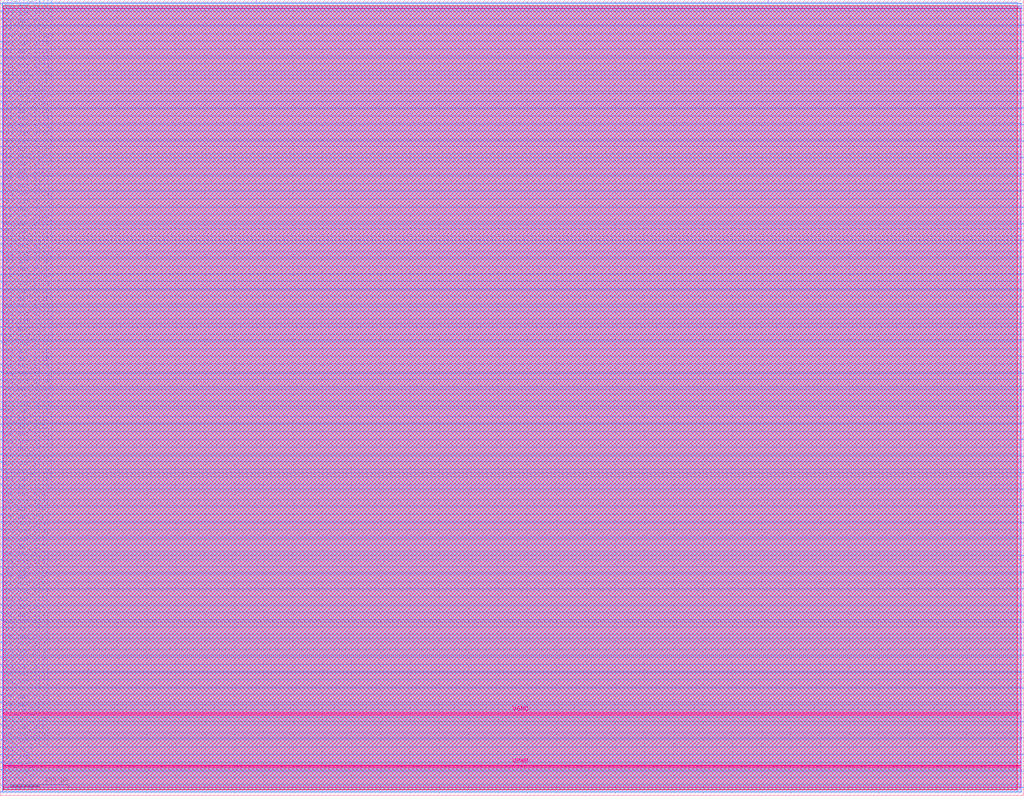
<source format=lef>
VERSION 5.7 ;
  NOWIREEXTENSIONATPIN ON ;
  DIVIDERCHAR "/" ;
  BUSBITCHARS "[]" ;
MACRO pyfive_top
  CLASS BLOCK ;
  FOREIGN pyfive_top ;
  ORIGIN 0.000 0.000 ;
  SIZE 1748.000 BY 1360.000 ;
  PIN io_in[0]
    DIRECTION INPUT ;
    PORT
      LAYER met3 ;
        RECT 1744.000 13.640 1748.000 14.240 ;
    END
  END io_in[0]
  PIN io_in[10]
    DIRECTION INPUT ;
    PORT
      LAYER met3 ;
        RECT 1744.000 863.640 1748.000 864.240 ;
    END
  END io_in[10]
  PIN io_in[11]
    DIRECTION INPUT ;
    PORT
      LAYER met3 ;
        RECT 1744.000 948.640 1748.000 949.240 ;
    END
  END io_in[11]
  PIN io_in[12]
    DIRECTION INPUT ;
    PORT
      LAYER met3 ;
        RECT 1744.000 1033.640 1748.000 1034.240 ;
    END
  END io_in[12]
  PIN io_in[13]
    DIRECTION INPUT ;
    PORT
      LAYER met3 ;
        RECT 1744.000 1118.640 1748.000 1119.240 ;
    END
  END io_in[13]
  PIN io_in[14]
    DIRECTION INPUT ;
    PORT
      LAYER met3 ;
        RECT 1744.000 1203.640 1748.000 1204.240 ;
    END
  END io_in[14]
  PIN io_in[15]
    DIRECTION INPUT ;
    PORT
      LAYER met3 ;
        RECT 1744.000 1288.640 1748.000 1289.240 ;
    END
  END io_in[15]
  PIN io_in[1]
    DIRECTION INPUT ;
    PORT
      LAYER met3 ;
        RECT 1744.000 98.640 1748.000 99.240 ;
    END
  END io_in[1]
  PIN io_in[2]
    DIRECTION INPUT ;
    PORT
      LAYER met3 ;
        RECT 1744.000 183.640 1748.000 184.240 ;
    END
  END io_in[2]
  PIN io_in[3]
    DIRECTION INPUT ;
    PORT
      LAYER met3 ;
        RECT 1744.000 268.640 1748.000 269.240 ;
    END
  END io_in[3]
  PIN io_in[4]
    DIRECTION INPUT ;
    PORT
      LAYER met3 ;
        RECT 1744.000 353.640 1748.000 354.240 ;
    END
  END io_in[4]
  PIN io_in[5]
    DIRECTION INPUT ;
    PORT
      LAYER met3 ;
        RECT 1744.000 438.640 1748.000 439.240 ;
    END
  END io_in[5]
  PIN io_in[6]
    DIRECTION INPUT ;
    PORT
      LAYER met3 ;
        RECT 1744.000 523.640 1748.000 524.240 ;
    END
  END io_in[6]
  PIN io_in[7]
    DIRECTION INPUT ;
    PORT
      LAYER met3 ;
        RECT 1744.000 608.640 1748.000 609.240 ;
    END
  END io_in[7]
  PIN io_in[8]
    DIRECTION INPUT ;
    PORT
      LAYER met3 ;
        RECT 1744.000 693.640 1748.000 694.240 ;
    END
  END io_in[8]
  PIN io_in[9]
    DIRECTION INPUT ;
    PORT
      LAYER met3 ;
        RECT 1744.000 778.640 1748.000 779.240 ;
    END
  END io_in[9]
  PIN io_oeb[0]
    DIRECTION OUTPUT TRISTATE ;
    PORT
      LAYER met3 ;
        RECT 1744.000 41.520 1748.000 42.120 ;
    END
  END io_oeb[0]
  PIN io_oeb[10]
    DIRECTION OUTPUT TRISTATE ;
    PORT
      LAYER met3 ;
        RECT 1744.000 891.520 1748.000 892.120 ;
    END
  END io_oeb[10]
  PIN io_oeb[11]
    DIRECTION OUTPUT TRISTATE ;
    PORT
      LAYER met3 ;
        RECT 1744.000 976.520 1748.000 977.120 ;
    END
  END io_oeb[11]
  PIN io_oeb[12]
    DIRECTION OUTPUT TRISTATE ;
    PORT
      LAYER met3 ;
        RECT 1744.000 1061.520 1748.000 1062.120 ;
    END
  END io_oeb[12]
  PIN io_oeb[13]
    DIRECTION OUTPUT TRISTATE ;
    PORT
      LAYER met3 ;
        RECT 1744.000 1146.520 1748.000 1147.120 ;
    END
  END io_oeb[13]
  PIN io_oeb[14]
    DIRECTION OUTPUT TRISTATE ;
    PORT
      LAYER met3 ;
        RECT 1744.000 1231.520 1748.000 1232.120 ;
    END
  END io_oeb[14]
  PIN io_oeb[15]
    DIRECTION OUTPUT TRISTATE ;
    PORT
      LAYER met3 ;
        RECT 1744.000 1316.520 1748.000 1317.120 ;
    END
  END io_oeb[15]
  PIN io_oeb[1]
    DIRECTION OUTPUT TRISTATE ;
    PORT
      LAYER met3 ;
        RECT 1744.000 126.520 1748.000 127.120 ;
    END
  END io_oeb[1]
  PIN io_oeb[2]
    DIRECTION OUTPUT TRISTATE ;
    PORT
      LAYER met3 ;
        RECT 1744.000 211.520 1748.000 212.120 ;
    END
  END io_oeb[2]
  PIN io_oeb[3]
    DIRECTION OUTPUT TRISTATE ;
    PORT
      LAYER met3 ;
        RECT 1744.000 296.520 1748.000 297.120 ;
    END
  END io_oeb[3]
  PIN io_oeb[4]
    DIRECTION OUTPUT TRISTATE ;
    PORT
      LAYER met3 ;
        RECT 1744.000 381.520 1748.000 382.120 ;
    END
  END io_oeb[4]
  PIN io_oeb[5]
    DIRECTION OUTPUT TRISTATE ;
    PORT
      LAYER met3 ;
        RECT 1744.000 466.520 1748.000 467.120 ;
    END
  END io_oeb[5]
  PIN io_oeb[6]
    DIRECTION OUTPUT TRISTATE ;
    PORT
      LAYER met3 ;
        RECT 1744.000 551.520 1748.000 552.120 ;
    END
  END io_oeb[6]
  PIN io_oeb[7]
    DIRECTION OUTPUT TRISTATE ;
    PORT
      LAYER met3 ;
        RECT 1744.000 636.520 1748.000 637.120 ;
    END
  END io_oeb[7]
  PIN io_oeb[8]
    DIRECTION OUTPUT TRISTATE ;
    PORT
      LAYER met3 ;
        RECT 1744.000 721.520 1748.000 722.120 ;
    END
  END io_oeb[8]
  PIN io_oeb[9]
    DIRECTION OUTPUT TRISTATE ;
    PORT
      LAYER met3 ;
        RECT 1744.000 806.520 1748.000 807.120 ;
    END
  END io_oeb[9]
  PIN io_out[0]
    DIRECTION OUTPUT TRISTATE ;
    PORT
      LAYER met3 ;
        RECT 1744.000 70.080 1748.000 70.680 ;
    END
  END io_out[0]
  PIN io_out[10]
    DIRECTION OUTPUT TRISTATE ;
    PORT
      LAYER met3 ;
        RECT 1744.000 920.080 1748.000 920.680 ;
    END
  END io_out[10]
  PIN io_out[11]
    DIRECTION OUTPUT TRISTATE ;
    PORT
      LAYER met3 ;
        RECT 1744.000 1005.080 1748.000 1005.680 ;
    END
  END io_out[11]
  PIN io_out[12]
    DIRECTION OUTPUT TRISTATE ;
    PORT
      LAYER met3 ;
        RECT 1744.000 1090.080 1748.000 1090.680 ;
    END
  END io_out[12]
  PIN io_out[13]
    DIRECTION OUTPUT TRISTATE ;
    PORT
      LAYER met3 ;
        RECT 1744.000 1175.080 1748.000 1175.680 ;
    END
  END io_out[13]
  PIN io_out[14]
    DIRECTION OUTPUT TRISTATE ;
    PORT
      LAYER met3 ;
        RECT 1744.000 1260.080 1748.000 1260.680 ;
    END
  END io_out[14]
  PIN io_out[15]
    DIRECTION OUTPUT TRISTATE ;
    PORT
      LAYER met3 ;
        RECT 1744.000 1345.080 1748.000 1345.680 ;
    END
  END io_out[15]
  PIN io_out[1]
    DIRECTION OUTPUT TRISTATE ;
    PORT
      LAYER met3 ;
        RECT 1744.000 155.080 1748.000 155.680 ;
    END
  END io_out[1]
  PIN io_out[2]
    DIRECTION OUTPUT TRISTATE ;
    PORT
      LAYER met3 ;
        RECT 1744.000 240.080 1748.000 240.680 ;
    END
  END io_out[2]
  PIN io_out[3]
    DIRECTION OUTPUT TRISTATE ;
    PORT
      LAYER met3 ;
        RECT 1744.000 325.080 1748.000 325.680 ;
    END
  END io_out[3]
  PIN io_out[4]
    DIRECTION OUTPUT TRISTATE ;
    PORT
      LAYER met3 ;
        RECT 1744.000 410.080 1748.000 410.680 ;
    END
  END io_out[4]
  PIN io_out[5]
    DIRECTION OUTPUT TRISTATE ;
    PORT
      LAYER met3 ;
        RECT 1744.000 495.080 1748.000 495.680 ;
    END
  END io_out[5]
  PIN io_out[6]
    DIRECTION OUTPUT TRISTATE ;
    PORT
      LAYER met3 ;
        RECT 1744.000 580.080 1748.000 580.680 ;
    END
  END io_out[6]
  PIN io_out[7]
    DIRECTION OUTPUT TRISTATE ;
    PORT
      LAYER met3 ;
        RECT 1744.000 665.080 1748.000 665.680 ;
    END
  END io_out[7]
  PIN io_out[8]
    DIRECTION OUTPUT TRISTATE ;
    PORT
      LAYER met3 ;
        RECT 1744.000 750.080 1748.000 750.680 ;
    END
  END io_out[8]
  PIN io_out[9]
    DIRECTION OUTPUT TRISTATE ;
    PORT
      LAYER met3 ;
        RECT 1744.000 835.080 1748.000 835.680 ;
    END
  END io_out[9]
  PIN one
    DIRECTION OUTPUT TRISTATE ;
    PORT
      LAYER met2 ;
        RECT 1311.090 1356.000 1311.370 1360.000 ;
    END
  END one
  PIN wb_clk_i
    DIRECTION INPUT ;
    PORT
      LAYER met3 ;
        RECT 0.000 6.160 4.000 6.760 ;
    END
  END wb_clk_i
  PIN wb_rst_i
    DIRECTION INPUT ;
    PORT
      LAYER met3 ;
        RECT 0.000 18.400 4.000 19.000 ;
    END
  END wb_rst_i
  PIN wbs_ack_o
    DIRECTION OUTPUT TRISTATE ;
    PORT
      LAYER met3 ;
        RECT 0.000 31.320 4.000 31.920 ;
    END
  END wbs_ack_o
  PIN wbs_adr_i[0]
    DIRECTION INPUT ;
    PORT
      LAYER met3 ;
        RECT 0.000 83.000 4.000 83.600 ;
    END
  END wbs_adr_i[0]
  PIN wbs_adr_i[10]
    DIRECTION INPUT ;
    PORT
      LAYER met3 ;
        RECT 0.000 518.880 4.000 519.480 ;
    END
  END wbs_adr_i[10]
  PIN wbs_adr_i[11]
    DIRECTION INPUT ;
    PORT
      LAYER met3 ;
        RECT 0.000 557.640 4.000 558.240 ;
    END
  END wbs_adr_i[11]
  PIN wbs_adr_i[12]
    DIRECTION INPUT ;
    PORT
      LAYER met3 ;
        RECT 0.000 595.720 4.000 596.320 ;
    END
  END wbs_adr_i[12]
  PIN wbs_adr_i[13]
    DIRECTION INPUT ;
    PORT
      LAYER met3 ;
        RECT 0.000 634.480 4.000 635.080 ;
    END
  END wbs_adr_i[13]
  PIN wbs_adr_i[14]
    DIRECTION INPUT ;
    PORT
      LAYER met3 ;
        RECT 0.000 673.240 4.000 673.840 ;
    END
  END wbs_adr_i[14]
  PIN wbs_adr_i[15]
    DIRECTION INPUT ;
    PORT
      LAYER met3 ;
        RECT 0.000 711.320 4.000 711.920 ;
    END
  END wbs_adr_i[15]
  PIN wbs_adr_i[16]
    DIRECTION INPUT ;
    PORT
      LAYER met3 ;
        RECT 0.000 750.080 4.000 750.680 ;
    END
  END wbs_adr_i[16]
  PIN wbs_adr_i[17]
    DIRECTION INPUT ;
    PORT
      LAYER met3 ;
        RECT 0.000 788.160 4.000 788.760 ;
    END
  END wbs_adr_i[17]
  PIN wbs_adr_i[18]
    DIRECTION INPUT ;
    PORT
      LAYER met3 ;
        RECT 0.000 826.920 4.000 827.520 ;
    END
  END wbs_adr_i[18]
  PIN wbs_adr_i[19]
    DIRECTION INPUT ;
    PORT
      LAYER met3 ;
        RECT 0.000 865.680 4.000 866.280 ;
    END
  END wbs_adr_i[19]
  PIN wbs_adr_i[1]
    DIRECTION INPUT ;
    PORT
      LAYER met3 ;
        RECT 0.000 134.000 4.000 134.600 ;
    END
  END wbs_adr_i[1]
  PIN wbs_adr_i[20]
    DIRECTION INPUT ;
    PORT
      LAYER met3 ;
        RECT 0.000 903.760 4.000 904.360 ;
    END
  END wbs_adr_i[20]
  PIN wbs_adr_i[21]
    DIRECTION INPUT ;
    PORT
      LAYER met3 ;
        RECT 0.000 942.520 4.000 943.120 ;
    END
  END wbs_adr_i[21]
  PIN wbs_adr_i[22]
    DIRECTION INPUT ;
    PORT
      LAYER met3 ;
        RECT 0.000 980.600 4.000 981.200 ;
    END
  END wbs_adr_i[22]
  PIN wbs_adr_i[23]
    DIRECTION INPUT ;
    PORT
      LAYER met3 ;
        RECT 0.000 1019.360 4.000 1019.960 ;
    END
  END wbs_adr_i[23]
  PIN wbs_adr_i[24]
    DIRECTION INPUT ;
    PORT
      LAYER met3 ;
        RECT 0.000 1058.120 4.000 1058.720 ;
    END
  END wbs_adr_i[24]
  PIN wbs_adr_i[25]
    DIRECTION INPUT ;
    PORT
      LAYER met3 ;
        RECT 0.000 1096.200 4.000 1096.800 ;
    END
  END wbs_adr_i[25]
  PIN wbs_adr_i[26]
    DIRECTION INPUT ;
    PORT
      LAYER met3 ;
        RECT 0.000 1134.960 4.000 1135.560 ;
    END
  END wbs_adr_i[26]
  PIN wbs_adr_i[27]
    DIRECTION INPUT ;
    PORT
      LAYER met3 ;
        RECT 0.000 1173.040 4.000 1173.640 ;
    END
  END wbs_adr_i[27]
  PIN wbs_adr_i[28]
    DIRECTION INPUT ;
    PORT
      LAYER met3 ;
        RECT 0.000 1211.800 4.000 1212.400 ;
    END
  END wbs_adr_i[28]
  PIN wbs_adr_i[29]
    DIRECTION INPUT ;
    PORT
      LAYER met3 ;
        RECT 0.000 1250.560 4.000 1251.160 ;
    END
  END wbs_adr_i[29]
  PIN wbs_adr_i[2]
    DIRECTION INPUT ;
    PORT
      LAYER met3 ;
        RECT 0.000 185.680 4.000 186.280 ;
    END
  END wbs_adr_i[2]
  PIN wbs_adr_i[30]
    DIRECTION INPUT ;
    PORT
      LAYER met3 ;
        RECT 0.000 1288.640 4.000 1289.240 ;
    END
  END wbs_adr_i[30]
  PIN wbs_adr_i[31]
    DIRECTION INPUT ;
    PORT
      LAYER met3 ;
        RECT 0.000 1327.400 4.000 1328.000 ;
    END
  END wbs_adr_i[31]
  PIN wbs_adr_i[3]
    DIRECTION INPUT ;
    PORT
      LAYER met3 ;
        RECT 0.000 236.680 4.000 237.280 ;
    END
  END wbs_adr_i[3]
  PIN wbs_adr_i[4]
    DIRECTION INPUT ;
    PORT
      LAYER met3 ;
        RECT 0.000 288.360 4.000 288.960 ;
    END
  END wbs_adr_i[4]
  PIN wbs_adr_i[5]
    DIRECTION INPUT ;
    PORT
      LAYER met3 ;
        RECT 0.000 326.440 4.000 327.040 ;
    END
  END wbs_adr_i[5]
  PIN wbs_adr_i[6]
    DIRECTION INPUT ;
    PORT
      LAYER met3 ;
        RECT 0.000 365.200 4.000 365.800 ;
    END
  END wbs_adr_i[6]
  PIN wbs_adr_i[7]
    DIRECTION INPUT ;
    PORT
      LAYER met3 ;
        RECT 0.000 403.280 4.000 403.880 ;
    END
  END wbs_adr_i[7]
  PIN wbs_adr_i[8]
    DIRECTION INPUT ;
    PORT
      LAYER met3 ;
        RECT 0.000 442.040 4.000 442.640 ;
    END
  END wbs_adr_i[8]
  PIN wbs_adr_i[9]
    DIRECTION INPUT ;
    PORT
      LAYER met3 ;
        RECT 0.000 480.800 4.000 481.400 ;
    END
  END wbs_adr_i[9]
  PIN wbs_cyc_i
    DIRECTION INPUT ;
    PORT
      LAYER met3 ;
        RECT 0.000 44.240 4.000 44.840 ;
    END
  END wbs_cyc_i
  PIN wbs_dat_i[0]
    DIRECTION INPUT ;
    PORT
      LAYER met3 ;
        RECT 0.000 95.920 4.000 96.520 ;
    END
  END wbs_dat_i[0]
  PIN wbs_dat_i[10]
    DIRECTION INPUT ;
    PORT
      LAYER met3 ;
        RECT 0.000 531.800 4.000 532.400 ;
    END
  END wbs_dat_i[10]
  PIN wbs_dat_i[11]
    DIRECTION INPUT ;
    PORT
      LAYER met3 ;
        RECT 0.000 570.560 4.000 571.160 ;
    END
  END wbs_dat_i[11]
  PIN wbs_dat_i[12]
    DIRECTION INPUT ;
    PORT
      LAYER met3 ;
        RECT 0.000 608.640 4.000 609.240 ;
    END
  END wbs_dat_i[12]
  PIN wbs_dat_i[13]
    DIRECTION INPUT ;
    PORT
      LAYER met3 ;
        RECT 0.000 647.400 4.000 648.000 ;
    END
  END wbs_dat_i[13]
  PIN wbs_dat_i[14]
    DIRECTION INPUT ;
    PORT
      LAYER met3 ;
        RECT 0.000 686.160 4.000 686.760 ;
    END
  END wbs_dat_i[14]
  PIN wbs_dat_i[15]
    DIRECTION INPUT ;
    PORT
      LAYER met3 ;
        RECT 0.000 724.240 4.000 724.840 ;
    END
  END wbs_dat_i[15]
  PIN wbs_dat_i[16]
    DIRECTION INPUT ;
    PORT
      LAYER met3 ;
        RECT 0.000 763.000 4.000 763.600 ;
    END
  END wbs_dat_i[16]
  PIN wbs_dat_i[17]
    DIRECTION INPUT ;
    PORT
      LAYER met3 ;
        RECT 0.000 801.080 4.000 801.680 ;
    END
  END wbs_dat_i[17]
  PIN wbs_dat_i[18]
    DIRECTION INPUT ;
    PORT
      LAYER met3 ;
        RECT 0.000 839.840 4.000 840.440 ;
    END
  END wbs_dat_i[18]
  PIN wbs_dat_i[19]
    DIRECTION INPUT ;
    PORT
      LAYER met3 ;
        RECT 0.000 878.600 4.000 879.200 ;
    END
  END wbs_dat_i[19]
  PIN wbs_dat_i[1]
    DIRECTION INPUT ;
    PORT
      LAYER met3 ;
        RECT 0.000 146.920 4.000 147.520 ;
    END
  END wbs_dat_i[1]
  PIN wbs_dat_i[20]
    DIRECTION INPUT ;
    PORT
      LAYER met3 ;
        RECT 0.000 916.680 4.000 917.280 ;
    END
  END wbs_dat_i[20]
  PIN wbs_dat_i[21]
    DIRECTION INPUT ;
    PORT
      LAYER met3 ;
        RECT 0.000 955.440 4.000 956.040 ;
    END
  END wbs_dat_i[21]
  PIN wbs_dat_i[22]
    DIRECTION INPUT ;
    PORT
      LAYER met3 ;
        RECT 0.000 993.520 4.000 994.120 ;
    END
  END wbs_dat_i[22]
  PIN wbs_dat_i[23]
    DIRECTION INPUT ;
    PORT
      LAYER met3 ;
        RECT 0.000 1032.280 4.000 1032.880 ;
    END
  END wbs_dat_i[23]
  PIN wbs_dat_i[24]
    DIRECTION INPUT ;
    PORT
      LAYER met3 ;
        RECT 0.000 1071.040 4.000 1071.640 ;
    END
  END wbs_dat_i[24]
  PIN wbs_dat_i[25]
    DIRECTION INPUT ;
    PORT
      LAYER met3 ;
        RECT 0.000 1109.120 4.000 1109.720 ;
    END
  END wbs_dat_i[25]
  PIN wbs_dat_i[26]
    DIRECTION INPUT ;
    PORT
      LAYER met3 ;
        RECT 0.000 1147.880 4.000 1148.480 ;
    END
  END wbs_dat_i[26]
  PIN wbs_dat_i[27]
    DIRECTION INPUT ;
    PORT
      LAYER met3 ;
        RECT 0.000 1185.960 4.000 1186.560 ;
    END
  END wbs_dat_i[27]
  PIN wbs_dat_i[28]
    DIRECTION INPUT ;
    PORT
      LAYER met3 ;
        RECT 0.000 1224.720 4.000 1225.320 ;
    END
  END wbs_dat_i[28]
  PIN wbs_dat_i[29]
    DIRECTION INPUT ;
    PORT
      LAYER met3 ;
        RECT 0.000 1263.480 4.000 1264.080 ;
    END
  END wbs_dat_i[29]
  PIN wbs_dat_i[2]
    DIRECTION INPUT ;
    PORT
      LAYER met3 ;
        RECT 0.000 198.600 4.000 199.200 ;
    END
  END wbs_dat_i[2]
  PIN wbs_dat_i[30]
    DIRECTION INPUT ;
    PORT
      LAYER met3 ;
        RECT 0.000 1301.560 4.000 1302.160 ;
    END
  END wbs_dat_i[30]
  PIN wbs_dat_i[31]
    DIRECTION INPUT ;
    PORT
      LAYER met3 ;
        RECT 0.000 1340.320 4.000 1340.920 ;
    END
  END wbs_dat_i[31]
  PIN wbs_dat_i[3]
    DIRECTION INPUT ;
    PORT
      LAYER met3 ;
        RECT 0.000 249.600 4.000 250.200 ;
    END
  END wbs_dat_i[3]
  PIN wbs_dat_i[4]
    DIRECTION INPUT ;
    PORT
      LAYER met3 ;
        RECT 0.000 300.600 4.000 301.200 ;
    END
  END wbs_dat_i[4]
  PIN wbs_dat_i[5]
    DIRECTION INPUT ;
    PORT
      LAYER met3 ;
        RECT 0.000 339.360 4.000 339.960 ;
    END
  END wbs_dat_i[5]
  PIN wbs_dat_i[6]
    DIRECTION INPUT ;
    PORT
      LAYER met3 ;
        RECT 0.000 378.120 4.000 378.720 ;
    END
  END wbs_dat_i[6]
  PIN wbs_dat_i[7]
    DIRECTION INPUT ;
    PORT
      LAYER met3 ;
        RECT 0.000 416.200 4.000 416.800 ;
    END
  END wbs_dat_i[7]
  PIN wbs_dat_i[8]
    DIRECTION INPUT ;
    PORT
      LAYER met3 ;
        RECT 0.000 454.960 4.000 455.560 ;
    END
  END wbs_dat_i[8]
  PIN wbs_dat_i[9]
    DIRECTION INPUT ;
    PORT
      LAYER met3 ;
        RECT 0.000 493.040 4.000 493.640 ;
    END
  END wbs_dat_i[9]
  PIN wbs_dat_o[0]
    DIRECTION OUTPUT TRISTATE ;
    PORT
      LAYER met3 ;
        RECT 0.000 108.160 4.000 108.760 ;
    END
  END wbs_dat_o[0]
  PIN wbs_dat_o[10]
    DIRECTION OUTPUT TRISTATE ;
    PORT
      LAYER met3 ;
        RECT 0.000 544.720 4.000 545.320 ;
    END
  END wbs_dat_o[10]
  PIN wbs_dat_o[11]
    DIRECTION OUTPUT TRISTATE ;
    PORT
      LAYER met3 ;
        RECT 0.000 583.480 4.000 584.080 ;
    END
  END wbs_dat_o[11]
  PIN wbs_dat_o[12]
    DIRECTION OUTPUT TRISTATE ;
    PORT
      LAYER met3 ;
        RECT 0.000 621.560 4.000 622.160 ;
    END
  END wbs_dat_o[12]
  PIN wbs_dat_o[13]
    DIRECTION OUTPUT TRISTATE ;
    PORT
      LAYER met3 ;
        RECT 0.000 660.320 4.000 660.920 ;
    END
  END wbs_dat_o[13]
  PIN wbs_dat_o[14]
    DIRECTION OUTPUT TRISTATE ;
    PORT
      LAYER met3 ;
        RECT 0.000 698.400 4.000 699.000 ;
    END
  END wbs_dat_o[14]
  PIN wbs_dat_o[15]
    DIRECTION OUTPUT TRISTATE ;
    PORT
      LAYER met3 ;
        RECT 0.000 737.160 4.000 737.760 ;
    END
  END wbs_dat_o[15]
  PIN wbs_dat_o[16]
    DIRECTION OUTPUT TRISTATE ;
    PORT
      LAYER met3 ;
        RECT 0.000 775.920 4.000 776.520 ;
    END
  END wbs_dat_o[16]
  PIN wbs_dat_o[17]
    DIRECTION OUTPUT TRISTATE ;
    PORT
      LAYER met3 ;
        RECT 0.000 814.000 4.000 814.600 ;
    END
  END wbs_dat_o[17]
  PIN wbs_dat_o[18]
    DIRECTION OUTPUT TRISTATE ;
    PORT
      LAYER met3 ;
        RECT 0.000 852.760 4.000 853.360 ;
    END
  END wbs_dat_o[18]
  PIN wbs_dat_o[19]
    DIRECTION OUTPUT TRISTATE ;
    PORT
      LAYER met3 ;
        RECT 0.000 890.840 4.000 891.440 ;
    END
  END wbs_dat_o[19]
  PIN wbs_dat_o[1]
    DIRECTION OUTPUT TRISTATE ;
    PORT
      LAYER met3 ;
        RECT 0.000 159.840 4.000 160.440 ;
    END
  END wbs_dat_o[1]
  PIN wbs_dat_o[20]
    DIRECTION OUTPUT TRISTATE ;
    PORT
      LAYER met3 ;
        RECT 0.000 929.600 4.000 930.200 ;
    END
  END wbs_dat_o[20]
  PIN wbs_dat_o[21]
    DIRECTION OUTPUT TRISTATE ;
    PORT
      LAYER met3 ;
        RECT 0.000 968.360 4.000 968.960 ;
    END
  END wbs_dat_o[21]
  PIN wbs_dat_o[22]
    DIRECTION OUTPUT TRISTATE ;
    PORT
      LAYER met3 ;
        RECT 0.000 1006.440 4.000 1007.040 ;
    END
  END wbs_dat_o[22]
  PIN wbs_dat_o[23]
    DIRECTION OUTPUT TRISTATE ;
    PORT
      LAYER met3 ;
        RECT 0.000 1045.200 4.000 1045.800 ;
    END
  END wbs_dat_o[23]
  PIN wbs_dat_o[24]
    DIRECTION OUTPUT TRISTATE ;
    PORT
      LAYER met3 ;
        RECT 0.000 1083.280 4.000 1083.880 ;
    END
  END wbs_dat_o[24]
  PIN wbs_dat_o[25]
    DIRECTION OUTPUT TRISTATE ;
    PORT
      LAYER met3 ;
        RECT 0.000 1122.040 4.000 1122.640 ;
    END
  END wbs_dat_o[25]
  PIN wbs_dat_o[26]
    DIRECTION OUTPUT TRISTATE ;
    PORT
      LAYER met3 ;
        RECT 0.000 1160.800 4.000 1161.400 ;
    END
  END wbs_dat_o[26]
  PIN wbs_dat_o[27]
    DIRECTION OUTPUT TRISTATE ;
    PORT
      LAYER met3 ;
        RECT 0.000 1198.880 4.000 1199.480 ;
    END
  END wbs_dat_o[27]
  PIN wbs_dat_o[28]
    DIRECTION OUTPUT TRISTATE ;
    PORT
      LAYER met3 ;
        RECT 0.000 1237.640 4.000 1238.240 ;
    END
  END wbs_dat_o[28]
  PIN wbs_dat_o[29]
    DIRECTION OUTPUT TRISTATE ;
    PORT
      LAYER met3 ;
        RECT 0.000 1275.720 4.000 1276.320 ;
    END
  END wbs_dat_o[29]
  PIN wbs_dat_o[2]
    DIRECTION OUTPUT TRISTATE ;
    PORT
      LAYER met3 ;
        RECT 0.000 210.840 4.000 211.440 ;
    END
  END wbs_dat_o[2]
  PIN wbs_dat_o[30]
    DIRECTION OUTPUT TRISTATE ;
    PORT
      LAYER met3 ;
        RECT 0.000 1314.480 4.000 1315.080 ;
    END
  END wbs_dat_o[30]
  PIN wbs_dat_o[31]
    DIRECTION OUTPUT TRISTATE ;
    PORT
      LAYER met3 ;
        RECT 0.000 1353.240 4.000 1353.840 ;
    END
  END wbs_dat_o[31]
  PIN wbs_dat_o[3]
    DIRECTION OUTPUT TRISTATE ;
    PORT
      LAYER met3 ;
        RECT 0.000 262.520 4.000 263.120 ;
    END
  END wbs_dat_o[3]
  PIN wbs_dat_o[4]
    DIRECTION OUTPUT TRISTATE ;
    PORT
      LAYER met3 ;
        RECT 0.000 313.520 4.000 314.120 ;
    END
  END wbs_dat_o[4]
  PIN wbs_dat_o[5]
    DIRECTION OUTPUT TRISTATE ;
    PORT
      LAYER met3 ;
        RECT 0.000 352.280 4.000 352.880 ;
    END
  END wbs_dat_o[5]
  PIN wbs_dat_o[6]
    DIRECTION OUTPUT TRISTATE ;
    PORT
      LAYER met3 ;
        RECT 0.000 391.040 4.000 391.640 ;
    END
  END wbs_dat_o[6]
  PIN wbs_dat_o[7]
    DIRECTION OUTPUT TRISTATE ;
    PORT
      LAYER met3 ;
        RECT 0.000 429.120 4.000 429.720 ;
    END
  END wbs_dat_o[7]
  PIN wbs_dat_o[8]
    DIRECTION OUTPUT TRISTATE ;
    PORT
      LAYER met3 ;
        RECT 0.000 467.880 4.000 468.480 ;
    END
  END wbs_dat_o[8]
  PIN wbs_dat_o[9]
    DIRECTION OUTPUT TRISTATE ;
    PORT
      LAYER met3 ;
        RECT 0.000 505.960 4.000 506.560 ;
    END
  END wbs_dat_o[9]
  PIN wbs_sel_i[0]
    DIRECTION INPUT ;
    PORT
      LAYER met3 ;
        RECT 0.000 121.080 4.000 121.680 ;
    END
  END wbs_sel_i[0]
  PIN wbs_sel_i[1]
    DIRECTION INPUT ;
    PORT
      LAYER met3 ;
        RECT 0.000 172.760 4.000 173.360 ;
    END
  END wbs_sel_i[1]
  PIN wbs_sel_i[2]
    DIRECTION INPUT ;
    PORT
      LAYER met3 ;
        RECT 0.000 223.760 4.000 224.360 ;
    END
  END wbs_sel_i[2]
  PIN wbs_sel_i[3]
    DIRECTION INPUT ;
    PORT
      LAYER met3 ;
        RECT 0.000 275.440 4.000 276.040 ;
    END
  END wbs_sel_i[3]
  PIN wbs_stb_i
    DIRECTION INPUT ;
    PORT
      LAYER met3 ;
        RECT 0.000 57.160 4.000 57.760 ;
    END
  END wbs_stb_i
  PIN wbs_we_i
    DIRECTION INPUT ;
    PORT
      LAYER met3 ;
        RECT 0.000 70.080 4.000 70.680 ;
    END
  END wbs_we_i
  PIN zero
    DIRECTION OUTPUT TRISTATE ;
    PORT
      LAYER met2 ;
        RECT 437.090 1356.000 437.370 1360.000 ;
    END
  END zero
  PIN VPWR
    DIRECTION INPUT ;
    USE POWER ;
    PORT
      LAYER met5 ;
        RECT 5.520 49.200 1742.480 50.800 ;
    END
  END VPWR
  PIN VGND
    DIRECTION INPUT ;
    USE GROUND ;
    PORT
      LAYER met5 ;
        RECT 5.520 139.200 1742.480 140.800 ;
    END
  END VGND
  OBS
      LAYER li1 ;
        RECT 5.520 10.795 1742.480 1349.205 ;
      LAYER met1 ;
        RECT 3.750 6.500 1742.480 1349.360 ;
      LAYER met2 ;
        RECT 3.780 1355.720 436.810 1356.000 ;
        RECT 437.650 1355.720 1310.810 1356.000 ;
        RECT 1311.650 1355.720 1736.110 1356.000 ;
        RECT 3.780 6.275 1736.110 1355.720 ;
      LAYER met3 ;
        RECT 4.400 1352.840 1744.010 1353.705 ;
        RECT 4.000 1346.080 1744.010 1352.840 ;
        RECT 4.000 1344.680 1743.600 1346.080 ;
        RECT 4.000 1341.320 1744.010 1344.680 ;
        RECT 4.400 1339.920 1744.010 1341.320 ;
        RECT 4.000 1328.400 1744.010 1339.920 ;
        RECT 4.400 1327.000 1744.010 1328.400 ;
        RECT 4.000 1317.520 1744.010 1327.000 ;
        RECT 4.000 1316.120 1743.600 1317.520 ;
        RECT 4.000 1315.480 1744.010 1316.120 ;
        RECT 4.400 1314.080 1744.010 1315.480 ;
        RECT 4.000 1302.560 1744.010 1314.080 ;
        RECT 4.400 1301.160 1744.010 1302.560 ;
        RECT 4.000 1289.640 1744.010 1301.160 ;
        RECT 4.400 1288.240 1743.600 1289.640 ;
        RECT 4.000 1276.720 1744.010 1288.240 ;
        RECT 4.400 1275.320 1744.010 1276.720 ;
        RECT 4.000 1264.480 1744.010 1275.320 ;
        RECT 4.400 1263.080 1744.010 1264.480 ;
        RECT 4.000 1261.080 1744.010 1263.080 ;
        RECT 4.000 1259.680 1743.600 1261.080 ;
        RECT 4.000 1251.560 1744.010 1259.680 ;
        RECT 4.400 1250.160 1744.010 1251.560 ;
        RECT 4.000 1238.640 1744.010 1250.160 ;
        RECT 4.400 1237.240 1744.010 1238.640 ;
        RECT 4.000 1232.520 1744.010 1237.240 ;
        RECT 4.000 1231.120 1743.600 1232.520 ;
        RECT 4.000 1225.720 1744.010 1231.120 ;
        RECT 4.400 1224.320 1744.010 1225.720 ;
        RECT 4.000 1212.800 1744.010 1224.320 ;
        RECT 4.400 1211.400 1744.010 1212.800 ;
        RECT 4.000 1204.640 1744.010 1211.400 ;
        RECT 4.000 1203.240 1743.600 1204.640 ;
        RECT 4.000 1199.880 1744.010 1203.240 ;
        RECT 4.400 1198.480 1744.010 1199.880 ;
        RECT 4.000 1186.960 1744.010 1198.480 ;
        RECT 4.400 1185.560 1744.010 1186.960 ;
        RECT 4.000 1176.080 1744.010 1185.560 ;
        RECT 4.000 1174.680 1743.600 1176.080 ;
        RECT 4.000 1174.040 1744.010 1174.680 ;
        RECT 4.400 1172.640 1744.010 1174.040 ;
        RECT 4.000 1161.800 1744.010 1172.640 ;
        RECT 4.400 1160.400 1744.010 1161.800 ;
        RECT 4.000 1148.880 1744.010 1160.400 ;
        RECT 4.400 1147.520 1744.010 1148.880 ;
        RECT 4.400 1147.480 1743.600 1147.520 ;
        RECT 4.000 1146.120 1743.600 1147.480 ;
        RECT 4.000 1135.960 1744.010 1146.120 ;
        RECT 4.400 1134.560 1744.010 1135.960 ;
        RECT 4.000 1123.040 1744.010 1134.560 ;
        RECT 4.400 1121.640 1744.010 1123.040 ;
        RECT 4.000 1119.640 1744.010 1121.640 ;
        RECT 4.000 1118.240 1743.600 1119.640 ;
        RECT 4.000 1110.120 1744.010 1118.240 ;
        RECT 4.400 1108.720 1744.010 1110.120 ;
        RECT 4.000 1097.200 1744.010 1108.720 ;
        RECT 4.400 1095.800 1744.010 1097.200 ;
        RECT 4.000 1091.080 1744.010 1095.800 ;
        RECT 4.000 1089.680 1743.600 1091.080 ;
        RECT 4.000 1084.280 1744.010 1089.680 ;
        RECT 4.400 1082.880 1744.010 1084.280 ;
        RECT 4.000 1072.040 1744.010 1082.880 ;
        RECT 4.400 1070.640 1744.010 1072.040 ;
        RECT 4.000 1062.520 1744.010 1070.640 ;
        RECT 4.000 1061.120 1743.600 1062.520 ;
        RECT 4.000 1059.120 1744.010 1061.120 ;
        RECT 4.400 1057.720 1744.010 1059.120 ;
        RECT 4.000 1046.200 1744.010 1057.720 ;
        RECT 4.400 1044.800 1744.010 1046.200 ;
        RECT 4.000 1034.640 1744.010 1044.800 ;
        RECT 4.000 1033.280 1743.600 1034.640 ;
        RECT 4.400 1033.240 1743.600 1033.280 ;
        RECT 4.400 1031.880 1744.010 1033.240 ;
        RECT 4.000 1020.360 1744.010 1031.880 ;
        RECT 4.400 1018.960 1744.010 1020.360 ;
        RECT 4.000 1007.440 1744.010 1018.960 ;
        RECT 4.400 1006.080 1744.010 1007.440 ;
        RECT 4.400 1006.040 1743.600 1006.080 ;
        RECT 4.000 1004.680 1743.600 1006.040 ;
        RECT 4.000 994.520 1744.010 1004.680 ;
        RECT 4.400 993.120 1744.010 994.520 ;
        RECT 4.000 981.600 1744.010 993.120 ;
        RECT 4.400 980.200 1744.010 981.600 ;
        RECT 4.000 977.520 1744.010 980.200 ;
        RECT 4.000 976.120 1743.600 977.520 ;
        RECT 4.000 969.360 1744.010 976.120 ;
        RECT 4.400 967.960 1744.010 969.360 ;
        RECT 4.000 956.440 1744.010 967.960 ;
        RECT 4.400 955.040 1744.010 956.440 ;
        RECT 4.000 949.640 1744.010 955.040 ;
        RECT 4.000 948.240 1743.600 949.640 ;
        RECT 4.000 943.520 1744.010 948.240 ;
        RECT 4.400 942.120 1744.010 943.520 ;
        RECT 4.000 930.600 1744.010 942.120 ;
        RECT 4.400 929.200 1744.010 930.600 ;
        RECT 4.000 921.080 1744.010 929.200 ;
        RECT 4.000 919.680 1743.600 921.080 ;
        RECT 4.000 917.680 1744.010 919.680 ;
        RECT 4.400 916.280 1744.010 917.680 ;
        RECT 4.000 904.760 1744.010 916.280 ;
        RECT 4.400 903.360 1744.010 904.760 ;
        RECT 4.000 892.520 1744.010 903.360 ;
        RECT 4.000 891.840 1743.600 892.520 ;
        RECT 4.400 891.120 1743.600 891.840 ;
        RECT 4.400 890.440 1744.010 891.120 ;
        RECT 4.000 879.600 1744.010 890.440 ;
        RECT 4.400 878.200 1744.010 879.600 ;
        RECT 4.000 866.680 1744.010 878.200 ;
        RECT 4.400 865.280 1744.010 866.680 ;
        RECT 4.000 864.640 1744.010 865.280 ;
        RECT 4.000 863.240 1743.600 864.640 ;
        RECT 4.000 853.760 1744.010 863.240 ;
        RECT 4.400 852.360 1744.010 853.760 ;
        RECT 4.000 840.840 1744.010 852.360 ;
        RECT 4.400 839.440 1744.010 840.840 ;
        RECT 4.000 836.080 1744.010 839.440 ;
        RECT 4.000 834.680 1743.600 836.080 ;
        RECT 4.000 827.920 1744.010 834.680 ;
        RECT 4.400 826.520 1744.010 827.920 ;
        RECT 4.000 815.000 1744.010 826.520 ;
        RECT 4.400 813.600 1744.010 815.000 ;
        RECT 4.000 807.520 1744.010 813.600 ;
        RECT 4.000 806.120 1743.600 807.520 ;
        RECT 4.000 802.080 1744.010 806.120 ;
        RECT 4.400 800.680 1744.010 802.080 ;
        RECT 4.000 789.160 1744.010 800.680 ;
        RECT 4.400 787.760 1744.010 789.160 ;
        RECT 4.000 779.640 1744.010 787.760 ;
        RECT 4.000 778.240 1743.600 779.640 ;
        RECT 4.000 776.920 1744.010 778.240 ;
        RECT 4.400 775.520 1744.010 776.920 ;
        RECT 4.000 764.000 1744.010 775.520 ;
        RECT 4.400 762.600 1744.010 764.000 ;
        RECT 4.000 751.080 1744.010 762.600 ;
        RECT 4.400 749.680 1743.600 751.080 ;
        RECT 4.000 738.160 1744.010 749.680 ;
        RECT 4.400 736.760 1744.010 738.160 ;
        RECT 4.000 725.240 1744.010 736.760 ;
        RECT 4.400 723.840 1744.010 725.240 ;
        RECT 4.000 722.520 1744.010 723.840 ;
        RECT 4.000 721.120 1743.600 722.520 ;
        RECT 4.000 712.320 1744.010 721.120 ;
        RECT 4.400 710.920 1744.010 712.320 ;
        RECT 4.000 699.400 1744.010 710.920 ;
        RECT 4.400 698.000 1744.010 699.400 ;
        RECT 4.000 694.640 1744.010 698.000 ;
        RECT 4.000 693.240 1743.600 694.640 ;
        RECT 4.000 687.160 1744.010 693.240 ;
        RECT 4.400 685.760 1744.010 687.160 ;
        RECT 4.000 674.240 1744.010 685.760 ;
        RECT 4.400 672.840 1744.010 674.240 ;
        RECT 4.000 666.080 1744.010 672.840 ;
        RECT 4.000 664.680 1743.600 666.080 ;
        RECT 4.000 661.320 1744.010 664.680 ;
        RECT 4.400 659.920 1744.010 661.320 ;
        RECT 4.000 648.400 1744.010 659.920 ;
        RECT 4.400 647.000 1744.010 648.400 ;
        RECT 4.000 637.520 1744.010 647.000 ;
        RECT 4.000 636.120 1743.600 637.520 ;
        RECT 4.000 635.480 1744.010 636.120 ;
        RECT 4.400 634.080 1744.010 635.480 ;
        RECT 4.000 622.560 1744.010 634.080 ;
        RECT 4.400 621.160 1744.010 622.560 ;
        RECT 4.000 609.640 1744.010 621.160 ;
        RECT 4.400 608.240 1743.600 609.640 ;
        RECT 4.000 596.720 1744.010 608.240 ;
        RECT 4.400 595.320 1744.010 596.720 ;
        RECT 4.000 584.480 1744.010 595.320 ;
        RECT 4.400 583.080 1744.010 584.480 ;
        RECT 4.000 581.080 1744.010 583.080 ;
        RECT 4.000 579.680 1743.600 581.080 ;
        RECT 4.000 571.560 1744.010 579.680 ;
        RECT 4.400 570.160 1744.010 571.560 ;
        RECT 4.000 558.640 1744.010 570.160 ;
        RECT 4.400 557.240 1744.010 558.640 ;
        RECT 4.000 552.520 1744.010 557.240 ;
        RECT 4.000 551.120 1743.600 552.520 ;
        RECT 4.000 545.720 1744.010 551.120 ;
        RECT 4.400 544.320 1744.010 545.720 ;
        RECT 4.000 532.800 1744.010 544.320 ;
        RECT 4.400 531.400 1744.010 532.800 ;
        RECT 4.000 524.640 1744.010 531.400 ;
        RECT 4.000 523.240 1743.600 524.640 ;
        RECT 4.000 519.880 1744.010 523.240 ;
        RECT 4.400 518.480 1744.010 519.880 ;
        RECT 4.000 506.960 1744.010 518.480 ;
        RECT 4.400 505.560 1744.010 506.960 ;
        RECT 4.000 496.080 1744.010 505.560 ;
        RECT 4.000 494.680 1743.600 496.080 ;
        RECT 4.000 494.040 1744.010 494.680 ;
        RECT 4.400 492.640 1744.010 494.040 ;
        RECT 4.000 481.800 1744.010 492.640 ;
        RECT 4.400 480.400 1744.010 481.800 ;
        RECT 4.000 468.880 1744.010 480.400 ;
        RECT 4.400 467.520 1744.010 468.880 ;
        RECT 4.400 467.480 1743.600 467.520 ;
        RECT 4.000 466.120 1743.600 467.480 ;
        RECT 4.000 455.960 1744.010 466.120 ;
        RECT 4.400 454.560 1744.010 455.960 ;
        RECT 4.000 443.040 1744.010 454.560 ;
        RECT 4.400 441.640 1744.010 443.040 ;
        RECT 4.000 439.640 1744.010 441.640 ;
        RECT 4.000 438.240 1743.600 439.640 ;
        RECT 4.000 430.120 1744.010 438.240 ;
        RECT 4.400 428.720 1744.010 430.120 ;
        RECT 4.000 417.200 1744.010 428.720 ;
        RECT 4.400 415.800 1744.010 417.200 ;
        RECT 4.000 411.080 1744.010 415.800 ;
        RECT 4.000 409.680 1743.600 411.080 ;
        RECT 4.000 404.280 1744.010 409.680 ;
        RECT 4.400 402.880 1744.010 404.280 ;
        RECT 4.000 392.040 1744.010 402.880 ;
        RECT 4.400 390.640 1744.010 392.040 ;
        RECT 4.000 382.520 1744.010 390.640 ;
        RECT 4.000 381.120 1743.600 382.520 ;
        RECT 4.000 379.120 1744.010 381.120 ;
        RECT 4.400 377.720 1744.010 379.120 ;
        RECT 4.000 366.200 1744.010 377.720 ;
        RECT 4.400 364.800 1744.010 366.200 ;
        RECT 4.000 354.640 1744.010 364.800 ;
        RECT 4.000 353.280 1743.600 354.640 ;
        RECT 4.400 353.240 1743.600 353.280 ;
        RECT 4.400 351.880 1744.010 353.240 ;
        RECT 4.000 340.360 1744.010 351.880 ;
        RECT 4.400 338.960 1744.010 340.360 ;
        RECT 4.000 327.440 1744.010 338.960 ;
        RECT 4.400 326.080 1744.010 327.440 ;
        RECT 4.400 326.040 1743.600 326.080 ;
        RECT 4.000 324.680 1743.600 326.040 ;
        RECT 4.000 314.520 1744.010 324.680 ;
        RECT 4.400 313.120 1744.010 314.520 ;
        RECT 4.000 301.600 1744.010 313.120 ;
        RECT 4.400 300.200 1744.010 301.600 ;
        RECT 4.000 297.520 1744.010 300.200 ;
        RECT 4.000 296.120 1743.600 297.520 ;
        RECT 4.000 289.360 1744.010 296.120 ;
        RECT 4.400 287.960 1744.010 289.360 ;
        RECT 4.000 276.440 1744.010 287.960 ;
        RECT 4.400 275.040 1744.010 276.440 ;
        RECT 4.000 269.640 1744.010 275.040 ;
        RECT 4.000 268.240 1743.600 269.640 ;
        RECT 4.000 263.520 1744.010 268.240 ;
        RECT 4.400 262.120 1744.010 263.520 ;
        RECT 4.000 250.600 1744.010 262.120 ;
        RECT 4.400 249.200 1744.010 250.600 ;
        RECT 4.000 241.080 1744.010 249.200 ;
        RECT 4.000 239.680 1743.600 241.080 ;
        RECT 4.000 237.680 1744.010 239.680 ;
        RECT 4.400 236.280 1744.010 237.680 ;
        RECT 4.000 224.760 1744.010 236.280 ;
        RECT 4.400 223.360 1744.010 224.760 ;
        RECT 4.000 212.520 1744.010 223.360 ;
        RECT 4.000 211.840 1743.600 212.520 ;
        RECT 4.400 211.120 1743.600 211.840 ;
        RECT 4.400 210.440 1744.010 211.120 ;
        RECT 4.000 199.600 1744.010 210.440 ;
        RECT 4.400 198.200 1744.010 199.600 ;
        RECT 4.000 186.680 1744.010 198.200 ;
        RECT 4.400 185.280 1744.010 186.680 ;
        RECT 4.000 184.640 1744.010 185.280 ;
        RECT 4.000 183.240 1743.600 184.640 ;
        RECT 4.000 173.760 1744.010 183.240 ;
        RECT 4.400 172.360 1744.010 173.760 ;
        RECT 4.000 160.840 1744.010 172.360 ;
        RECT 4.400 159.440 1744.010 160.840 ;
        RECT 4.000 156.080 1744.010 159.440 ;
        RECT 4.000 154.680 1743.600 156.080 ;
        RECT 4.000 147.920 1744.010 154.680 ;
        RECT 4.400 146.520 1744.010 147.920 ;
        RECT 4.000 135.000 1744.010 146.520 ;
        RECT 4.400 133.600 1744.010 135.000 ;
        RECT 4.000 127.520 1744.010 133.600 ;
        RECT 4.000 126.120 1743.600 127.520 ;
        RECT 4.000 122.080 1744.010 126.120 ;
        RECT 4.400 120.680 1744.010 122.080 ;
        RECT 4.000 109.160 1744.010 120.680 ;
        RECT 4.400 107.760 1744.010 109.160 ;
        RECT 4.000 99.640 1744.010 107.760 ;
        RECT 4.000 98.240 1743.600 99.640 ;
        RECT 4.000 96.920 1744.010 98.240 ;
        RECT 4.400 95.520 1744.010 96.920 ;
        RECT 4.000 84.000 1744.010 95.520 ;
        RECT 4.400 82.600 1744.010 84.000 ;
        RECT 4.000 71.080 1744.010 82.600 ;
        RECT 4.400 69.680 1743.600 71.080 ;
        RECT 4.000 58.160 1744.010 69.680 ;
        RECT 4.400 56.760 1744.010 58.160 ;
        RECT 4.000 45.240 1744.010 56.760 ;
        RECT 4.400 43.840 1744.010 45.240 ;
        RECT 4.000 42.520 1744.010 43.840 ;
        RECT 4.000 41.120 1743.600 42.520 ;
        RECT 4.000 32.320 1744.010 41.120 ;
        RECT 4.400 30.920 1744.010 32.320 ;
        RECT 4.000 19.400 1744.010 30.920 ;
        RECT 4.400 18.000 1744.010 19.400 ;
        RECT 4.000 14.640 1744.010 18.000 ;
        RECT 4.000 13.240 1743.600 14.640 ;
        RECT 4.000 7.160 1744.010 13.240 ;
        RECT 4.400 6.295 1744.010 7.160 ;
      LAYER met4 ;
        RECT 4.895 10.640 1736.170 1349.360 ;
      LAYER met5 ;
        RECT 5.520 142.400 1742.480 1345.800 ;
        RECT 5.520 52.400 1742.480 137.600 ;
        RECT 5.520 14.200 1742.480 47.600 ;
  END
END pyfive_top
END LIBRARY


</source>
